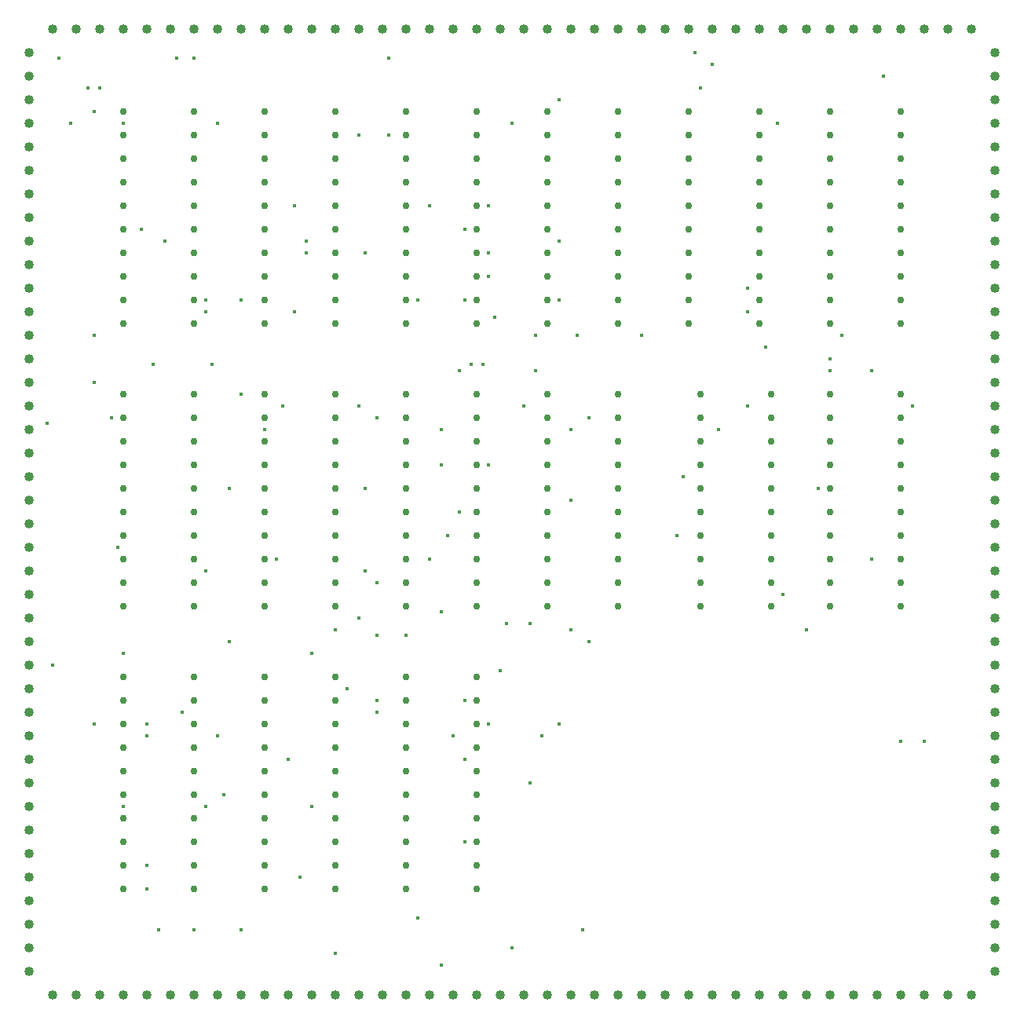
<source format=gbr>
G04 PROTEUS GERBER X2 FILE*
%TF.GenerationSoftware,Labcenter,Proteus,8.13-SP0-Build31525*%
%TF.CreationDate,2022-07-18T16:48:07+00:00*%
%TF.FileFunction,Plated,1,2,PTH*%
%TF.FilePolarity,Positive*%
%TF.Part,Single*%
%TF.SameCoordinates,{41493df7-e33e-458f-ac9c-d164e56dbbe3}*%
%FSLAX45Y45*%
%MOMM*%
G01*
%TA.AperFunction,ViaDrill*%
%ADD27C,0.381000*%
%TA.AperFunction,ComponentDrill*%
%ADD28C,1.016000*%
%TA.AperFunction,ComponentDrill*%
%ADD29C,0.762000*%
%TD.AperFunction*%
D27*
X-571500Y+1270000D03*
X-2667000Y+635000D03*
X-444500Y+1333500D03*
X-2476500Y+889000D03*
X-3048000Y+0D03*
X-2159000Y-1778000D03*
X-127000Y-1968500D03*
X-2540000Y-762000D03*
X-762000Y-1333500D03*
X-1460500Y-1016000D03*
X-1587500Y-889000D03*
X-1587500Y+0D03*
X-1905000Y-1524000D03*
X-3111500Y-3302000D03*
X-2286000Y-4191000D03*
X+1778000Y-508000D03*
X+2921000Y-1143000D03*
X+3175000Y-1524000D03*
X+2540000Y+2159000D03*
X+2540000Y+1905000D03*
X+2730500Y+1524000D03*
X+508000Y+2667000D03*
X+508000Y+4191000D03*
X-4445000Y+4318000D03*
X-4000500Y+2794000D03*
X-1587500Y+2540000D03*
X-254000Y+2286000D03*
X-254000Y+3048000D03*
X-2349500Y+1905000D03*
X-2222500Y+2540000D03*
X-2349500Y+3048000D03*
X-2413000Y-2921000D03*
X-2159000Y-3429000D03*
X-1905000Y-5016500D03*
X-4191000Y-3429000D03*
X-3175000Y-2667000D03*
X-3937000Y-2667000D03*
X-3302000Y-889000D03*
X-3048000Y-1651000D03*
X-3302000Y-3429000D03*
X-3937000Y-4064000D03*
X-2222500Y+2667000D03*
X-2921000Y+2032000D03*
X-3302000Y+2032000D03*
X-3238500Y+1333500D03*
X-3873500Y+1333500D03*
X-3810000Y-4762500D03*
X-3429000Y-4762500D03*
X-3937000Y-2540000D03*
X-4254500Y-635000D03*
X-4318000Y+762000D03*
X-2921000Y-4762500D03*
X+762000Y-4762500D03*
X+825500Y-1651000D03*
X+825500Y+762000D03*
X-3556000Y-2413000D03*
X-4508500Y-2540000D03*
X+0Y+3937000D03*
X-1460500Y+762000D03*
X-1460500Y-2286000D03*
X+127000Y+889000D03*
X+2222500Y+635000D03*
X+3873500Y+1270000D03*
X+254000Y+1270000D03*
X+3429000Y+1270000D03*
X+635000Y+635000D03*
X-635000Y-2667000D03*
X+635000Y-1524000D03*
X+317500Y-2667000D03*
X-762000Y+254000D03*
X-762000Y+635000D03*
X-1651000Y+3810000D03*
X-1333500Y+3810000D03*
X-1333500Y+4635500D03*
X+1968500Y+4699000D03*
X+1841500Y+127000D03*
X+3302000Y+0D03*
X-889000Y+3048000D03*
X-508000Y+2794000D03*
X-1016000Y+2032000D03*
X-508000Y+2032000D03*
X+3429000Y+1397000D03*
X-317500Y+1333500D03*
X-508000Y-2921000D03*
X+190500Y-3175000D03*
X+190500Y-1460500D03*
X-63500Y-1460500D03*
X-571500Y-254000D03*
X-762000Y-5143500D03*
X-254000Y+2540000D03*
X+698500Y+1651000D03*
X+1397000Y+1651000D03*
X+3556000Y+1651000D03*
X-254000Y-2540000D03*
X-698500Y-508000D03*
X+508000Y-2540000D03*
X-254000Y+254000D03*
X+0Y-4953000D03*
X+3873500Y-762000D03*
X-889000Y-762000D03*
X-508000Y-3810000D03*
X+635000Y-127000D03*
X-1460500Y-2413000D03*
X-1016000Y-4635500D03*
X-1460500Y-1587500D03*
X-3937000Y-4318000D03*
X+4318000Y+889000D03*
X-1651000Y-1397000D03*
X-1143000Y-1587500D03*
X-4191000Y+3937000D03*
X-4762500Y+3937000D03*
X-4572000Y+4318000D03*
X-3175000Y+3937000D03*
X-4508500Y+4064000D03*
X+2857500Y+3937000D03*
X-4508500Y+1143000D03*
X-4508500Y+1651000D03*
X+254000Y+1651000D03*
X-3619500Y+4635500D03*
X-4889500Y+4635500D03*
X+508000Y+2032000D03*
X-190500Y+1841500D03*
X-1651000Y+889000D03*
X-3429000Y+4635500D03*
X-3746500Y+2667000D03*
X-3302000Y+1905000D03*
X-4953000Y-1905000D03*
X-508000Y-2286000D03*
X-5016500Y+698500D03*
X-4191000Y-1778000D03*
X-1778000Y-2159000D03*
X+2159000Y+4572000D03*
X+4000500Y+4445000D03*
X+2032000Y+4318000D03*
X+2540000Y+889000D03*
X+4445000Y-2730500D03*
X+4191000Y-2730500D03*
X-2921000Y+1016000D03*
D28*
X-2921000Y+4953000D03*
X-2667000Y+4953000D03*
X-2413000Y+4953000D03*
X-2159000Y+4953000D03*
X-1905000Y+4953000D03*
X-1651000Y+4953000D03*
X-1397000Y+4953000D03*
X-1143000Y+4953000D03*
X-889000Y+4953000D03*
X-635000Y+4953000D03*
X-381000Y+4953000D03*
X-127000Y+4953000D03*
X+127000Y+4953000D03*
X+381000Y+4953000D03*
X+635000Y+4953000D03*
X+889000Y+4953000D03*
X+1143000Y+4953000D03*
X+1397000Y+4953000D03*
X+1651000Y+4953000D03*
X+1905000Y+4953000D03*
X+2159000Y+4953000D03*
X+2413000Y+4953000D03*
X+2667000Y+4953000D03*
X+2921000Y+4953000D03*
X+3175000Y+4953000D03*
X+3429000Y+4953000D03*
X+3683000Y+4953000D03*
X+3937000Y+4953000D03*
X+4191000Y+4953000D03*
X+4445000Y+4953000D03*
X+4699000Y+4953000D03*
X+4953000Y+4953000D03*
X-4953000Y+4953000D03*
X-4699000Y+4953000D03*
X-4445000Y+4953000D03*
X-4191000Y+4953000D03*
X-3937000Y+4953000D03*
X-3683000Y+4953000D03*
X-3429000Y+4953000D03*
X-3175000Y+4953000D03*
X-4953000Y-5461000D03*
X-4699000Y-5461000D03*
X-4445000Y-5461000D03*
X-4191000Y-5461000D03*
X-3937000Y-5461000D03*
X-3683000Y-5461000D03*
X-3429000Y-5461000D03*
X-3175000Y-5461000D03*
X-2921000Y-5461000D03*
X-2667000Y-5461000D03*
X-2413000Y-5461000D03*
X-2159000Y-5461000D03*
X-1905000Y-5461000D03*
X-1651000Y-5461000D03*
X-1397000Y-5461000D03*
X-1143000Y-5461000D03*
X-889000Y-5461000D03*
X-635000Y-5461000D03*
X-381000Y-5461000D03*
X-127000Y-5461000D03*
X+127000Y-5461000D03*
X+381000Y-5461000D03*
X+635000Y-5461000D03*
X+889000Y-5461000D03*
X+1143000Y-5461000D03*
X+1397000Y-5461000D03*
X+1651000Y-5461000D03*
X+1905000Y-5461000D03*
X+2159000Y-5461000D03*
X+2413000Y-5461000D03*
X+2667000Y-5461000D03*
X+2921000Y-5461000D03*
X+3175000Y-5461000D03*
X+3429000Y-5461000D03*
X+3683000Y-5461000D03*
X+3937000Y-5461000D03*
X+4191000Y-5461000D03*
X+4445000Y-5461000D03*
X+4699000Y-5461000D03*
X+4953000Y-5461000D03*
X-5207000Y+4699000D03*
X-5207000Y+4445000D03*
X-5207000Y+4191000D03*
X-5207000Y+3937000D03*
X-5207000Y+3683000D03*
X-5207000Y+3429000D03*
X-5207000Y+3175000D03*
X-5207000Y+2921000D03*
X-5207000Y+2667000D03*
X-5207000Y+2413000D03*
X-5207000Y+2159000D03*
X-5207000Y+1905000D03*
X-5207000Y+1651000D03*
X-5207000Y+1397000D03*
X-5207000Y+1143000D03*
X-5207000Y+889000D03*
X-5207000Y+635000D03*
X-5207000Y+381000D03*
X-5207000Y+127000D03*
X-5207000Y-127000D03*
X-5207000Y-381000D03*
X-5207000Y-635000D03*
X-5207000Y-889000D03*
X-5207000Y-1143000D03*
X-5207000Y-1397000D03*
X-5207000Y-1651000D03*
X-5207000Y-1905000D03*
X-5207000Y-2159000D03*
X-5207000Y-2413000D03*
X-5207000Y-2667000D03*
X-5207000Y-2921000D03*
X-5207000Y-3175000D03*
X-5207000Y-3429000D03*
X-5207000Y-3683000D03*
X-5207000Y-3937000D03*
X-5207000Y-4191000D03*
X-5207000Y-4445000D03*
X-5207000Y-4699000D03*
X-5207000Y-4953000D03*
X-5207000Y-5207000D03*
X+5207000Y+4699000D03*
X+5207000Y+4445000D03*
X+5207000Y+4191000D03*
X+5207000Y+3937000D03*
X+5207000Y+3683000D03*
X+5207000Y+3429000D03*
X+5207000Y+3175000D03*
X+5207000Y+2921000D03*
X+5207000Y+2667000D03*
X+5207000Y+2413000D03*
X+5207000Y+2159000D03*
X+5207000Y+1905000D03*
X+5207000Y+1651000D03*
X+5207000Y+1397000D03*
X+5207000Y+1143000D03*
X+5207000Y+889000D03*
X+5207000Y+635000D03*
X+5207000Y+381000D03*
X+5207000Y+127000D03*
X+5207000Y-127000D03*
X+5207000Y-381000D03*
X+5207000Y-635000D03*
X+5207000Y-889000D03*
X+5207000Y-1143000D03*
X+5207000Y-1397000D03*
X+5207000Y-1651000D03*
X+5207000Y-1905000D03*
X+5207000Y-2159000D03*
X+5207000Y-2413000D03*
X+5207000Y-2667000D03*
X+5207000Y-2921000D03*
X+5207000Y-3175000D03*
X+5207000Y-3429000D03*
X+5207000Y-3683000D03*
X+5207000Y-3937000D03*
X+5207000Y-4191000D03*
X+5207000Y-4445000D03*
X+5207000Y-4699000D03*
X+5207000Y-4953000D03*
X+5207000Y-5207000D03*
D29*
X-2667000Y+4064000D03*
X-2667000Y+3810000D03*
X-2667000Y+3556000D03*
X-2667000Y+3302000D03*
X-2667000Y+3048000D03*
X-2667000Y+2794000D03*
X-2667000Y+2540000D03*
X-2667000Y+2286000D03*
X-2667000Y+2032000D03*
X-2667000Y+1778000D03*
X-1905000Y+1778000D03*
X-1905000Y+2032000D03*
X-1905000Y+2286000D03*
X-1905000Y+2540000D03*
X-1905000Y+2794000D03*
X-1905000Y+3048000D03*
X-1905000Y+3302000D03*
X-1905000Y+3556000D03*
X-1905000Y+3810000D03*
X-1905000Y+4064000D03*
X-4191000Y+4064000D03*
X-4191000Y+3810000D03*
X-4191000Y+3556000D03*
X-4191000Y+3302000D03*
X-4191000Y+3048000D03*
X-4191000Y+2794000D03*
X-4191000Y+2540000D03*
X-4191000Y+2286000D03*
X-4191000Y+2032000D03*
X-4191000Y+1778000D03*
X-3429000Y+1778000D03*
X-3429000Y+2032000D03*
X-3429000Y+2286000D03*
X-3429000Y+2540000D03*
X-3429000Y+2794000D03*
X-3429000Y+3048000D03*
X-3429000Y+3302000D03*
X-3429000Y+3556000D03*
X-3429000Y+3810000D03*
X-3429000Y+4064000D03*
X-1143000Y+4064000D03*
X-1143000Y+3810000D03*
X-1143000Y+3556000D03*
X-1143000Y+3302000D03*
X-1143000Y+3048000D03*
X-1143000Y+2794000D03*
X-1143000Y+2540000D03*
X-1143000Y+2286000D03*
X-1143000Y+2032000D03*
X-1143000Y+1778000D03*
X-381000Y+1778000D03*
X-381000Y+2032000D03*
X-381000Y+2286000D03*
X-381000Y+2540000D03*
X-381000Y+2794000D03*
X-381000Y+3048000D03*
X-381000Y+3302000D03*
X-381000Y+3556000D03*
X-381000Y+3810000D03*
X-381000Y+4064000D03*
X-2667000Y+1016000D03*
X-2667000Y+762000D03*
X-2667000Y+508000D03*
X-2667000Y+254000D03*
X-2667000Y+0D03*
X-2667000Y-254000D03*
X-2667000Y-508000D03*
X-2667000Y-762000D03*
X-2667000Y-1016000D03*
X-2667000Y-1270000D03*
X-1905000Y-1270000D03*
X-1905000Y-1016000D03*
X-1905000Y-762000D03*
X-1905000Y-508000D03*
X-1905000Y-254000D03*
X-1905000Y+0D03*
X-1905000Y+254000D03*
X-1905000Y+508000D03*
X-1905000Y+762000D03*
X-1905000Y+1016000D03*
X-4191000Y+1016000D03*
X-4191000Y+762000D03*
X-4191000Y+508000D03*
X-4191000Y+254000D03*
X-4191000Y+0D03*
X-4191000Y-254000D03*
X-4191000Y-508000D03*
X-4191000Y-762000D03*
X-4191000Y-1016000D03*
X-4191000Y-1270000D03*
X-3429000Y-1270000D03*
X-3429000Y-1016000D03*
X-3429000Y-762000D03*
X-3429000Y-508000D03*
X-3429000Y-254000D03*
X-3429000Y+0D03*
X-3429000Y+254000D03*
X-3429000Y+508000D03*
X-3429000Y+762000D03*
X-3429000Y+1016000D03*
X-1143000Y+1016000D03*
X-1143000Y+762000D03*
X-1143000Y+508000D03*
X-1143000Y+254000D03*
X-1143000Y+0D03*
X-1143000Y-254000D03*
X-1143000Y-508000D03*
X-1143000Y-762000D03*
X-1143000Y-1016000D03*
X-1143000Y-1270000D03*
X-381000Y-1270000D03*
X-381000Y-1016000D03*
X-381000Y-762000D03*
X-381000Y-508000D03*
X-381000Y-254000D03*
X-381000Y+0D03*
X-381000Y+254000D03*
X-381000Y+508000D03*
X-381000Y+762000D03*
X-381000Y+1016000D03*
X+1905000Y+4064000D03*
X+1905000Y+3810000D03*
X+1905000Y+3556000D03*
X+1905000Y+3302000D03*
X+1905000Y+3048000D03*
X+1905000Y+2794000D03*
X+1905000Y+2540000D03*
X+1905000Y+2286000D03*
X+1905000Y+2032000D03*
X+1905000Y+1778000D03*
X+2667000Y+1778000D03*
X+2667000Y+2032000D03*
X+2667000Y+2286000D03*
X+2667000Y+2540000D03*
X+2667000Y+2794000D03*
X+2667000Y+3048000D03*
X+2667000Y+3302000D03*
X+2667000Y+3556000D03*
X+2667000Y+3810000D03*
X+2667000Y+4064000D03*
X+381000Y+4064000D03*
X+381000Y+3810000D03*
X+381000Y+3556000D03*
X+381000Y+3302000D03*
X+381000Y+3048000D03*
X+381000Y+2794000D03*
X+381000Y+2540000D03*
X+381000Y+2286000D03*
X+381000Y+2032000D03*
X+381000Y+1778000D03*
X+1143000Y+1778000D03*
X+1143000Y+2032000D03*
X+1143000Y+2286000D03*
X+1143000Y+2540000D03*
X+1143000Y+2794000D03*
X+1143000Y+3048000D03*
X+1143000Y+3302000D03*
X+1143000Y+3556000D03*
X+1143000Y+3810000D03*
X+1143000Y+4064000D03*
X+3429000Y+4064000D03*
X+3429000Y+3810000D03*
X+3429000Y+3556000D03*
X+3429000Y+3302000D03*
X+3429000Y+3048000D03*
X+3429000Y+2794000D03*
X+3429000Y+2540000D03*
X+3429000Y+2286000D03*
X+3429000Y+2032000D03*
X+3429000Y+1778000D03*
X+4191000Y+1778000D03*
X+4191000Y+2032000D03*
X+4191000Y+2286000D03*
X+4191000Y+2540000D03*
X+4191000Y+2794000D03*
X+4191000Y+3048000D03*
X+4191000Y+3302000D03*
X+4191000Y+3556000D03*
X+4191000Y+3810000D03*
X+4191000Y+4064000D03*
X+2032000Y+1016000D03*
X+2032000Y+762000D03*
X+2032000Y+508000D03*
X+2032000Y+254000D03*
X+2032000Y+0D03*
X+2032000Y-254000D03*
X+2032000Y-508000D03*
X+2032000Y-762000D03*
X+2032000Y-1016000D03*
X+2032000Y-1270000D03*
X+2794000Y-1270000D03*
X+2794000Y-1016000D03*
X+2794000Y-762000D03*
X+2794000Y-508000D03*
X+2794000Y-254000D03*
X+2794000Y+0D03*
X+2794000Y+254000D03*
X+2794000Y+508000D03*
X+2794000Y+762000D03*
X+2794000Y+1016000D03*
X+381000Y+1016000D03*
X+381000Y+762000D03*
X+381000Y+508000D03*
X+381000Y+254000D03*
X+381000Y+0D03*
X+381000Y-254000D03*
X+381000Y-508000D03*
X+381000Y-762000D03*
X+381000Y-1016000D03*
X+381000Y-1270000D03*
X+1143000Y-1270000D03*
X+1143000Y-1016000D03*
X+1143000Y-762000D03*
X+1143000Y-508000D03*
X+1143000Y-254000D03*
X+1143000Y+0D03*
X+1143000Y+254000D03*
X+1143000Y+508000D03*
X+1143000Y+762000D03*
X+1143000Y+1016000D03*
X+3429000Y+1016000D03*
X+3429000Y+762000D03*
X+3429000Y+508000D03*
X+3429000Y+254000D03*
X+3429000Y+0D03*
X+3429000Y-254000D03*
X+3429000Y-508000D03*
X+3429000Y-762000D03*
X+3429000Y-1016000D03*
X+3429000Y-1270000D03*
X+4191000Y-1270000D03*
X+4191000Y-1016000D03*
X+4191000Y-762000D03*
X+4191000Y-508000D03*
X+4191000Y-254000D03*
X+4191000Y+0D03*
X+4191000Y+254000D03*
X+4191000Y+508000D03*
X+4191000Y+762000D03*
X+4191000Y+1016000D03*
X-2667000Y-2032000D03*
X-2667000Y-2286000D03*
X-2667000Y-2540000D03*
X-2667000Y-2794000D03*
X-2667000Y-3048000D03*
X-2667000Y-3302000D03*
X-2667000Y-3556000D03*
X-2667000Y-3810000D03*
X-2667000Y-4064000D03*
X-2667000Y-4318000D03*
X-1905000Y-4318000D03*
X-1905000Y-4064000D03*
X-1905000Y-3810000D03*
X-1905000Y-3556000D03*
X-1905000Y-3302000D03*
X-1905000Y-3048000D03*
X-1905000Y-2794000D03*
X-1905000Y-2540000D03*
X-1905000Y-2286000D03*
X-1905000Y-2032000D03*
X-4191000Y-2032000D03*
X-4191000Y-2286000D03*
X-4191000Y-2540000D03*
X-4191000Y-2794000D03*
X-4191000Y-3048000D03*
X-4191000Y-3302000D03*
X-4191000Y-3556000D03*
X-4191000Y-3810000D03*
X-4191000Y-4064000D03*
X-4191000Y-4318000D03*
X-3429000Y-4318000D03*
X-3429000Y-4064000D03*
X-3429000Y-3810000D03*
X-3429000Y-3556000D03*
X-3429000Y-3302000D03*
X-3429000Y-3048000D03*
X-3429000Y-2794000D03*
X-3429000Y-2540000D03*
X-3429000Y-2286000D03*
X-3429000Y-2032000D03*
X-1143000Y-2032000D03*
X-1143000Y-2286000D03*
X-1143000Y-2540000D03*
X-1143000Y-2794000D03*
X-1143000Y-3048000D03*
X-1143000Y-3302000D03*
X-1143000Y-3556000D03*
X-1143000Y-3810000D03*
X-1143000Y-4064000D03*
X-1143000Y-4318000D03*
X-381000Y-4318000D03*
X-381000Y-4064000D03*
X-381000Y-3810000D03*
X-381000Y-3556000D03*
X-381000Y-3302000D03*
X-381000Y-3048000D03*
X-381000Y-2794000D03*
X-381000Y-2540000D03*
X-381000Y-2286000D03*
X-381000Y-2032000D03*
M02*

</source>
